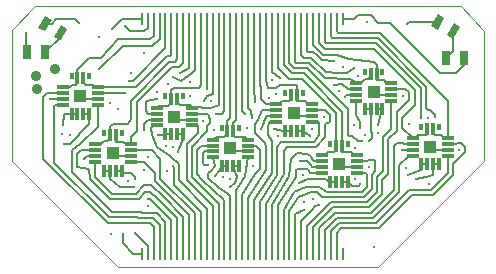
<source format=gbl>
G04 (created by PCBNEW-RS274X (2012-apr-16-27)-stable) date Thu 13 Mar 2014 04:59:36 PM EDT*
G01*
G70*
G90*
%MOIN*%
G04 Gerber Fmt 3.4, Leading zero omitted, Abs format*
%FSLAX34Y34*%
G04 APERTURE LIST*
%ADD10C,0.006000*%
%ADD11C,0.000400*%
%ADD12C,0.002000*%
%ADD13R,0.039400X0.011800*%
%ADD14R,0.011800X0.039400*%
%ADD15R,0.011800X0.023600*%
%ADD16R,0.039400X0.039400*%
%ADD17R,0.009800X0.039400*%
%ADD18R,0.025000X0.045000*%
%ADD19C,0.035000*%
%ADD20C,0.013000*%
%ADD21C,0.008000*%
%ADD22C,0.007000*%
G04 APERTURE END LIST*
G54D10*
G54D11*
X27953Y-19596D02*
X27953Y-23917D01*
X27165Y-18770D02*
X27953Y-19596D01*
X16890Y-18770D02*
X27165Y-18770D01*
X12205Y-19557D02*
X12205Y-23917D01*
X12992Y-18770D02*
X12205Y-19557D01*
X16890Y-18770D02*
X12992Y-18770D01*
X15748Y-27461D02*
X12205Y-23917D01*
X24409Y-27461D02*
X27953Y-23917D01*
X24016Y-27461D02*
X24409Y-27461D01*
X15748Y-27461D02*
X24016Y-27461D01*
G54D12*
X15748Y-27461D02*
X24016Y-27461D01*
G54D13*
X26743Y-23150D03*
X26743Y-23347D03*
X26743Y-23543D03*
X26743Y-23740D03*
G54D14*
X26447Y-24036D03*
X26250Y-24036D03*
X26054Y-24036D03*
X25857Y-24036D03*
G54D13*
X25561Y-23740D03*
X25561Y-23543D03*
X25561Y-23347D03*
X25561Y-23150D03*
G54D15*
X25857Y-22776D03*
G54D14*
X26054Y-22854D03*
X26250Y-22854D03*
G54D15*
X26447Y-22776D03*
G54D16*
X26152Y-23445D03*
G54D13*
X24853Y-21319D03*
X24853Y-21516D03*
X24853Y-21712D03*
X24853Y-21909D03*
G54D14*
X24557Y-22205D03*
X24360Y-22205D03*
X24164Y-22205D03*
X23967Y-22205D03*
G54D13*
X23671Y-21909D03*
X23671Y-21712D03*
X23671Y-21516D03*
X23671Y-21319D03*
G54D15*
X23967Y-20945D03*
G54D14*
X24164Y-21023D03*
X24360Y-21023D03*
G54D15*
X24557Y-20945D03*
G54D16*
X24262Y-21614D03*
G54D13*
X23711Y-23721D03*
X23711Y-23918D03*
X23711Y-24114D03*
X23711Y-24311D03*
G54D14*
X23415Y-24607D03*
X23218Y-24607D03*
X23022Y-24607D03*
X22825Y-24607D03*
G54D13*
X22529Y-24311D03*
X22529Y-24114D03*
X22529Y-23918D03*
X22529Y-23721D03*
G54D15*
X22825Y-23347D03*
G54D14*
X23022Y-23425D03*
X23218Y-23425D03*
G54D15*
X23415Y-23347D03*
G54D16*
X23120Y-24016D03*
G54D13*
X22205Y-22028D03*
X22205Y-22225D03*
X22205Y-22421D03*
X22205Y-22618D03*
G54D14*
X21909Y-22914D03*
X21712Y-22914D03*
X21516Y-22914D03*
X21319Y-22914D03*
G54D13*
X21023Y-22618D03*
X21023Y-22421D03*
X21023Y-22225D03*
X21023Y-22028D03*
G54D15*
X21319Y-21654D03*
G54D14*
X21516Y-21732D03*
X21712Y-21732D03*
G54D15*
X21909Y-21654D03*
G54D16*
X21614Y-22323D03*
G54D13*
X20079Y-23209D03*
X20079Y-23406D03*
X20079Y-23602D03*
X20079Y-23799D03*
G54D14*
X19783Y-24095D03*
X19586Y-24095D03*
X19390Y-24095D03*
X19193Y-24095D03*
G54D13*
X18897Y-23799D03*
X18897Y-23602D03*
X18897Y-23406D03*
X18897Y-23209D03*
G54D15*
X19193Y-22835D03*
G54D14*
X19390Y-22913D03*
X19586Y-22913D03*
G54D15*
X19783Y-22835D03*
G54D16*
X19488Y-23504D03*
G54D13*
X18209Y-22146D03*
X18209Y-22343D03*
X18209Y-22539D03*
X18209Y-22736D03*
G54D14*
X17913Y-23032D03*
X17716Y-23032D03*
X17520Y-23032D03*
X17323Y-23032D03*
G54D13*
X17027Y-22736D03*
X17027Y-22539D03*
X17027Y-22343D03*
X17027Y-22146D03*
G54D15*
X17323Y-21772D03*
G54D14*
X17520Y-21850D03*
X17716Y-21850D03*
G54D15*
X17913Y-21772D03*
G54D16*
X17618Y-22441D03*
G54D13*
X16162Y-23366D03*
X16162Y-23563D03*
X16162Y-23759D03*
X16162Y-23956D03*
G54D14*
X15866Y-24252D03*
X15669Y-24252D03*
X15473Y-24252D03*
X15276Y-24252D03*
G54D13*
X14980Y-23956D03*
X14980Y-23759D03*
X14980Y-23563D03*
X14980Y-23366D03*
G54D15*
X15276Y-22992D03*
G54D14*
X15473Y-23070D03*
X15669Y-23070D03*
G54D15*
X15866Y-22992D03*
G54D16*
X15571Y-23661D03*
G54D13*
X15079Y-21457D03*
X15079Y-21654D03*
X15079Y-21850D03*
X15079Y-22047D03*
G54D14*
X14783Y-22343D03*
X14586Y-22343D03*
X14390Y-22343D03*
X14193Y-22343D03*
G54D13*
X13897Y-22047D03*
X13897Y-21850D03*
X13897Y-21654D03*
X13897Y-21457D03*
G54D15*
X14193Y-21083D03*
G54D14*
X14390Y-21161D03*
X14586Y-21161D03*
G54D15*
X14783Y-21083D03*
G54D16*
X14488Y-21752D03*
G54D17*
X23228Y-19193D03*
X23032Y-19193D03*
X22835Y-19193D03*
X22638Y-19193D03*
X22441Y-19193D03*
X22244Y-19193D03*
X22047Y-19193D03*
X21851Y-19193D03*
X21654Y-19193D03*
X21457Y-19193D03*
X21260Y-19193D03*
X21063Y-19193D03*
X20866Y-19193D03*
X20669Y-19193D03*
X20473Y-19193D03*
X20276Y-19193D03*
X20079Y-19193D03*
X19882Y-19193D03*
X19685Y-19193D03*
X19488Y-19193D03*
X19291Y-19193D03*
X19095Y-19193D03*
X18898Y-19193D03*
X18701Y-19193D03*
X18504Y-19193D03*
X18307Y-19193D03*
X18110Y-19193D03*
X17913Y-19193D03*
X17717Y-19193D03*
X17520Y-19193D03*
X17323Y-19193D03*
X17126Y-19193D03*
X16929Y-19193D03*
X16732Y-19193D03*
X16536Y-19193D03*
X23228Y-27028D03*
X23032Y-27028D03*
X22835Y-27028D03*
X22638Y-27028D03*
X22441Y-27028D03*
X22244Y-27028D03*
X22047Y-27028D03*
X21851Y-27028D03*
X21654Y-27028D03*
X21457Y-27028D03*
X21260Y-27028D03*
X21063Y-27028D03*
X20866Y-27028D03*
X20669Y-27028D03*
X20473Y-27028D03*
X20276Y-27028D03*
X20079Y-27028D03*
X19882Y-27028D03*
X19685Y-27028D03*
X19488Y-27028D03*
X19291Y-27028D03*
X19095Y-27028D03*
X18898Y-27028D03*
X18701Y-27028D03*
X18504Y-27028D03*
X18307Y-27028D03*
X18110Y-27028D03*
X17913Y-27028D03*
X17717Y-27028D03*
X17520Y-27028D03*
X17323Y-27028D03*
X17126Y-27028D03*
X16929Y-27028D03*
X16732Y-27028D03*
X16536Y-27028D03*
G54D10*
G36*
X13092Y-19480D02*
X13317Y-19091D01*
X13534Y-19216D01*
X13309Y-19605D01*
X13092Y-19480D01*
X13092Y-19480D01*
G37*
G36*
X13612Y-19780D02*
X13837Y-19391D01*
X14054Y-19516D01*
X13829Y-19905D01*
X13612Y-19780D01*
X13612Y-19780D01*
G37*
G36*
X26182Y-19421D02*
X26407Y-19032D01*
X26624Y-19157D01*
X26399Y-19546D01*
X26182Y-19421D01*
X26182Y-19421D01*
G37*
G36*
X26702Y-19721D02*
X26927Y-19332D01*
X27144Y-19457D01*
X26919Y-19846D01*
X26702Y-19721D01*
X26702Y-19721D01*
G37*
G54D18*
X26669Y-20502D03*
X27269Y-20502D03*
X13322Y-20305D03*
X12722Y-20305D03*
G54D19*
X13022Y-21073D03*
X13031Y-21535D03*
X13632Y-20866D03*
G54D20*
X14439Y-19331D03*
X25384Y-19360D03*
X24405Y-19307D03*
X12687Y-19665D03*
X16260Y-24783D03*
X17815Y-20984D03*
X17579Y-21122D03*
X16319Y-24508D03*
X18701Y-21516D03*
X17087Y-23051D03*
X18602Y-21909D03*
X17736Y-23622D03*
X18996Y-22362D03*
X18986Y-24419D03*
X19980Y-22362D03*
X19469Y-24774D03*
X20197Y-22480D03*
X20945Y-22854D03*
X22146Y-23081D03*
X20295Y-21939D03*
X21788Y-24643D03*
X21132Y-21171D03*
X23809Y-24705D03*
X23868Y-23268D03*
X23612Y-20827D03*
X24114Y-23248D03*
X22953Y-20591D03*
X24400Y-22717D03*
X25827Y-22480D03*
X25394Y-24390D03*
X25669Y-24518D03*
X26319Y-22451D03*
X23120Y-21585D03*
X21949Y-25285D03*
X22254Y-25177D03*
X23612Y-22707D03*
X15728Y-22205D03*
X16732Y-25413D03*
X15965Y-21663D03*
X16732Y-25177D03*
X17559Y-24094D03*
X17047Y-21870D03*
X21949Y-25551D03*
X22943Y-21388D03*
X22441Y-25384D03*
X23819Y-22835D03*
X13878Y-23012D03*
X16594Y-20334D03*
X16181Y-20994D03*
X14154Y-23071D03*
X16083Y-24587D03*
X17402Y-21339D03*
X18150Y-21280D03*
X16594Y-24232D03*
X18150Y-21772D03*
X17343Y-23406D03*
X17579Y-23445D03*
X18858Y-21929D03*
X18937Y-22874D03*
X19252Y-24459D03*
X20039Y-22835D03*
X19469Y-24537D03*
X17028Y-21614D03*
X17362Y-24252D03*
X20778Y-21811D03*
X21083Y-23100D03*
X21024Y-21703D03*
X22215Y-22854D03*
X20876Y-21220D03*
X21900Y-24380D03*
X23652Y-23494D03*
X23642Y-24537D03*
X23730Y-21083D03*
X23967Y-23051D03*
X24409Y-22992D03*
X23248Y-20787D03*
X25354Y-24154D03*
X25443Y-22677D03*
X26083Y-22480D03*
X26093Y-24675D03*
X13898Y-22736D03*
X15118Y-20866D03*
X13957Y-23366D03*
X16103Y-21240D03*
X15984Y-19429D03*
X24272Y-26801D03*
X24035Y-19291D03*
X16299Y-26329D03*
X15098Y-19803D03*
X14488Y-21752D03*
X26152Y-23445D03*
X24262Y-21614D03*
X23120Y-24016D03*
X21614Y-22323D03*
X19488Y-23524D03*
X15571Y-23661D03*
X15522Y-26339D03*
X17618Y-22441D03*
X13465Y-21870D03*
X27106Y-23543D03*
X16594Y-22895D03*
X18740Y-24055D03*
X25226Y-21762D03*
X14606Y-23839D03*
X18583Y-22579D03*
X20512Y-22854D03*
X20256Y-24075D03*
X15551Y-19528D03*
X24094Y-24114D03*
X23297Y-21791D03*
X21821Y-23927D03*
X25197Y-23543D03*
X15916Y-26359D03*
X22598Y-22470D03*
X15472Y-21978D03*
X16732Y-23780D03*
G54D21*
X25455Y-19289D02*
X25384Y-19360D01*
X13536Y-19348D02*
X13691Y-19193D01*
X14301Y-19193D02*
X14439Y-19331D01*
X26403Y-19289D02*
X25455Y-19289D01*
X13691Y-19193D02*
X14301Y-19193D01*
X13313Y-19348D02*
X13536Y-19348D01*
X12687Y-19665D02*
X12687Y-20270D01*
X12687Y-20270D02*
X12722Y-20305D01*
X23612Y-19193D02*
X23228Y-19193D01*
X27269Y-20502D02*
X27269Y-20723D01*
X24163Y-19065D02*
X24405Y-19307D01*
X24809Y-19307D02*
X24405Y-19307D01*
X23740Y-19065D02*
X24163Y-19065D01*
X27269Y-20723D02*
X27008Y-20984D01*
X27008Y-20984D02*
X26486Y-20984D01*
X23612Y-19193D02*
X23740Y-19065D01*
X26486Y-20984D02*
X24809Y-19307D01*
G54D22*
X14980Y-23366D02*
X15178Y-23366D01*
X15613Y-22695D02*
X16066Y-22695D01*
X16161Y-21910D02*
X17456Y-20615D01*
X16161Y-22520D02*
X16161Y-21910D01*
X17717Y-20531D02*
X17717Y-19193D01*
X15473Y-23169D02*
X15473Y-23070D01*
X15473Y-22755D02*
X15613Y-22695D01*
X17633Y-20615D02*
X17717Y-20531D01*
X17456Y-20615D02*
X17633Y-20615D01*
X15276Y-23268D02*
X15374Y-23268D01*
X15473Y-23070D02*
X15473Y-22755D01*
X16066Y-22695D02*
X16161Y-22520D01*
X15178Y-23366D02*
X15276Y-23268D01*
X15374Y-23268D02*
X15473Y-23169D01*
X15925Y-23287D02*
X15689Y-23287D01*
X17540Y-20787D02*
X17776Y-20787D01*
X16162Y-23366D02*
X16004Y-23366D01*
X15689Y-23287D02*
X15669Y-23267D01*
X16378Y-21949D02*
X17540Y-20787D01*
X17913Y-20650D02*
X17913Y-19193D01*
X16162Y-23366D02*
X16162Y-23129D01*
X15669Y-23267D02*
X15669Y-23070D01*
X17776Y-20787D02*
X17913Y-20650D01*
X16162Y-23129D02*
X16378Y-22913D01*
X16378Y-22913D02*
X16378Y-21949D01*
X16004Y-23366D02*
X15925Y-23287D01*
X15472Y-24527D02*
X15815Y-24798D01*
X18110Y-19705D02*
X18110Y-19193D01*
X15473Y-24252D02*
X15472Y-24253D01*
X17815Y-20984D02*
X18110Y-20807D01*
X15815Y-24798D02*
X16260Y-24783D01*
X15276Y-24252D02*
X15473Y-24252D01*
X18110Y-20807D02*
X18110Y-20610D01*
X15472Y-24253D02*
X15472Y-24527D01*
X18110Y-20610D02*
X18110Y-20256D01*
X18110Y-20256D02*
X18110Y-19705D01*
X15945Y-24331D02*
X16161Y-24331D01*
X15866Y-24252D02*
X15945Y-24331D01*
X18307Y-20886D02*
X18307Y-20669D01*
X16299Y-24469D02*
X16319Y-24508D01*
X17835Y-21240D02*
X18209Y-20984D01*
X18209Y-20984D02*
X18307Y-20886D01*
X17579Y-21122D02*
X17835Y-21240D01*
X15669Y-24252D02*
X15866Y-24252D01*
X18307Y-20669D02*
X18307Y-20433D01*
X16161Y-24331D02*
X16299Y-24469D01*
X18307Y-20433D02*
X18307Y-19193D01*
X17520Y-21850D02*
X17520Y-21988D01*
X17422Y-22086D02*
X17087Y-22086D01*
X17087Y-22086D02*
X17027Y-22146D01*
X17677Y-21496D02*
X17520Y-21535D01*
X17520Y-21535D02*
X17520Y-21850D01*
X18446Y-21496D02*
X17677Y-21496D01*
X17520Y-21988D02*
X17422Y-22086D01*
X18504Y-21379D02*
X18446Y-21496D01*
X18504Y-19193D02*
X18504Y-21379D01*
X17087Y-23071D02*
X17087Y-23071D01*
X17323Y-23032D02*
X17304Y-23051D01*
X17304Y-23051D02*
X17087Y-23051D01*
X17087Y-23051D02*
X17087Y-23071D01*
X17520Y-23032D02*
X17323Y-23032D01*
X18701Y-21161D02*
X18701Y-21516D01*
X17087Y-23071D02*
X17087Y-23071D01*
X18701Y-19193D02*
X18701Y-21161D01*
X18602Y-21909D02*
X18701Y-21772D01*
X18917Y-21673D02*
X18917Y-21457D01*
X17716Y-23032D02*
X17913Y-23032D01*
X17857Y-23316D02*
X17854Y-23386D01*
X17913Y-23032D02*
X17913Y-23229D01*
X17854Y-23386D02*
X17785Y-23474D01*
X18701Y-21772D02*
X18917Y-21673D01*
X18917Y-21457D02*
X18898Y-19193D01*
X17785Y-23474D02*
X17736Y-23622D01*
X17913Y-23229D02*
X17857Y-23316D01*
X17716Y-21850D02*
X17716Y-21988D01*
X18818Y-22167D02*
X18957Y-22126D01*
X18464Y-22131D02*
X18569Y-22161D01*
X18130Y-22067D02*
X18209Y-22146D01*
X19095Y-20983D02*
X19095Y-19193D01*
X17716Y-21988D02*
X17795Y-22067D01*
X19094Y-22047D02*
X19095Y-20983D01*
X17795Y-22067D02*
X18130Y-22067D01*
X18569Y-22161D02*
X18818Y-22167D01*
X18209Y-22146D02*
X18464Y-22131D01*
X18957Y-22126D02*
X19094Y-22047D01*
X19193Y-24095D02*
X19124Y-24272D01*
X18986Y-24419D02*
X18986Y-24419D01*
X19193Y-24095D02*
X19390Y-24095D01*
X18996Y-22362D02*
X19212Y-22343D01*
X19212Y-22343D02*
X19291Y-22264D01*
X18986Y-24419D02*
X18986Y-24419D01*
X19124Y-24272D02*
X18986Y-24419D01*
X19291Y-22264D02*
X19291Y-19193D01*
X19390Y-22913D02*
X19390Y-22597D01*
X19390Y-22597D02*
X19488Y-22499D01*
X19488Y-22499D02*
X19488Y-19193D01*
X18897Y-23209D02*
X18917Y-23209D01*
X18917Y-23209D02*
X19016Y-23110D01*
X19291Y-23110D02*
X19390Y-23011D01*
X19390Y-23011D02*
X19390Y-22913D01*
X19016Y-23110D02*
X19291Y-23110D01*
X19683Y-22558D02*
X19685Y-19193D01*
X19586Y-23050D02*
X19586Y-22913D01*
X19586Y-22913D02*
X19585Y-22656D01*
X19646Y-23110D02*
X19586Y-23050D01*
X20079Y-23209D02*
X19980Y-23110D01*
X19585Y-22656D02*
X19683Y-22558D01*
X19980Y-23110D02*
X19646Y-23110D01*
X19586Y-24095D02*
X19783Y-24095D01*
X19708Y-24468D02*
X19651Y-24664D01*
X19882Y-19193D02*
X19882Y-22264D01*
X19651Y-24664D02*
X19469Y-24774D01*
X19586Y-24095D02*
X19783Y-24095D01*
X19586Y-24095D02*
X19708Y-24468D01*
X19882Y-22264D02*
X19980Y-22362D01*
X21319Y-22914D02*
X21240Y-22923D01*
X20177Y-22254D02*
X20079Y-22146D01*
X21516Y-22914D02*
X21319Y-22914D01*
X21122Y-22874D02*
X20945Y-22854D01*
X21240Y-22923D02*
X21122Y-22874D01*
X20079Y-22146D02*
X20079Y-19193D01*
X20197Y-22480D02*
X20177Y-22254D01*
X20295Y-21939D02*
X20276Y-21467D01*
X22146Y-23081D02*
X22146Y-23081D01*
X20276Y-21467D02*
X20276Y-19193D01*
X21712Y-22914D02*
X21909Y-22914D01*
X21909Y-22914D02*
X22146Y-23081D01*
X21220Y-21929D02*
X21457Y-21929D01*
X20472Y-20807D02*
X20472Y-20236D01*
X20472Y-19194D02*
X20473Y-19193D01*
X20512Y-21871D02*
X20512Y-21458D01*
X20512Y-21458D02*
X20482Y-21428D01*
X20482Y-21428D02*
X20472Y-20807D01*
X21516Y-21870D02*
X21516Y-21732D01*
X20472Y-20236D02*
X20472Y-19194D01*
X21457Y-21929D02*
X21516Y-21870D01*
X21073Y-21978D02*
X21023Y-22028D01*
X21023Y-22028D02*
X21121Y-22028D01*
X21023Y-22028D02*
X20669Y-22028D01*
X21121Y-22028D02*
X21220Y-21929D01*
X20669Y-22028D02*
X20512Y-21871D01*
X21024Y-21496D02*
X20726Y-21480D01*
X21152Y-21378D02*
X21024Y-21496D01*
X21712Y-21417D02*
X21673Y-21378D01*
X22068Y-22028D02*
X21969Y-21929D01*
X20726Y-21480D02*
X20669Y-21231D01*
X20669Y-21231D02*
X20669Y-19193D01*
X21969Y-21929D02*
X21732Y-21929D01*
X21712Y-21909D02*
X21712Y-21732D01*
X21732Y-21929D02*
X21712Y-21909D01*
X21673Y-21378D02*
X21152Y-21378D01*
X22205Y-22028D02*
X22068Y-22028D01*
X21712Y-21732D02*
X21712Y-21417D01*
X21007Y-21040D02*
X20865Y-20956D01*
X20866Y-20453D02*
X20866Y-19193D01*
X20865Y-20956D02*
X20866Y-20453D01*
X22083Y-24525D02*
X21788Y-24643D01*
X21132Y-21171D02*
X21007Y-21040D01*
X23022Y-24607D02*
X22825Y-24607D01*
X22825Y-24607D02*
X22657Y-24518D01*
X22657Y-24518D02*
X22083Y-24525D01*
X22825Y-24607D02*
X22825Y-24607D01*
X23022Y-23533D02*
X23022Y-23425D01*
X22617Y-23721D02*
X22726Y-23612D01*
X21437Y-21181D02*
X21063Y-20807D01*
X22529Y-23721D02*
X22617Y-23721D01*
X23022Y-23425D02*
X23022Y-22323D01*
X21880Y-21181D02*
X21437Y-21181D01*
X21063Y-20807D02*
X21063Y-19193D01*
X22943Y-23612D02*
X23022Y-23533D01*
X23022Y-22323D02*
X21880Y-21181D01*
X22726Y-23612D02*
X22943Y-23612D01*
X23218Y-23612D02*
X23218Y-23425D01*
X23504Y-23632D02*
X23238Y-23632D01*
X21545Y-21004D02*
X21260Y-20719D01*
X21260Y-20719D02*
X21260Y-19193D01*
X23593Y-23721D02*
X23504Y-23632D01*
X21977Y-21025D02*
X21958Y-21004D01*
X21958Y-21004D02*
X21545Y-21004D01*
X22106Y-21152D02*
X21977Y-21025D01*
X23238Y-23632D02*
X23218Y-23612D01*
X23218Y-23425D02*
X23218Y-22273D01*
X23711Y-23721D02*
X23593Y-23721D01*
X23218Y-22273D02*
X22106Y-21152D01*
X23868Y-23268D02*
X23740Y-23268D01*
X23770Y-24744D02*
X23809Y-24705D01*
X23533Y-24744D02*
X23770Y-24744D01*
X21608Y-20817D02*
X21457Y-20666D01*
X21457Y-20666D02*
X21457Y-20040D01*
X23415Y-24607D02*
X23415Y-24626D01*
X23415Y-24626D02*
X23533Y-24744D01*
X21457Y-20040D02*
X21457Y-19193D01*
X23740Y-23268D02*
X23553Y-23081D01*
X23218Y-24607D02*
X23415Y-24607D01*
X23396Y-23042D02*
X23396Y-22176D01*
X23435Y-23081D02*
X23396Y-23042D01*
X23396Y-22176D02*
X22037Y-20817D01*
X23553Y-23081D02*
X23435Y-23081D01*
X22037Y-20817D02*
X21608Y-20817D01*
X24164Y-21121D02*
X24164Y-21023D01*
X23671Y-21319D02*
X23848Y-21319D01*
X22638Y-21171D02*
X22112Y-20645D01*
X23966Y-21201D02*
X24084Y-21201D01*
X23671Y-21319D02*
X23671Y-21289D01*
X22112Y-20645D02*
X21772Y-20645D01*
X23848Y-21319D02*
X23966Y-21201D01*
X21654Y-19970D02*
X21654Y-19193D01*
X21772Y-20645D02*
X21680Y-20645D01*
X24084Y-21201D02*
X24164Y-21121D01*
X23463Y-21193D02*
X22638Y-21171D01*
X23671Y-21289D02*
X23463Y-21193D01*
X21680Y-20645D02*
X21654Y-20619D01*
X21654Y-20619D02*
X21654Y-19970D01*
X23612Y-20827D02*
X23387Y-20999D01*
X22678Y-20965D02*
X22186Y-20473D01*
X21851Y-19881D02*
X21851Y-20374D01*
X21851Y-19881D02*
X21850Y-19882D01*
X24164Y-22953D02*
X24193Y-22982D01*
X21950Y-20473D02*
X21851Y-20374D01*
X23387Y-20999D02*
X23081Y-21004D01*
X23081Y-21004D02*
X22678Y-20965D01*
X21851Y-19193D02*
X21851Y-19881D01*
X24193Y-23169D02*
X24114Y-23248D01*
X23967Y-22205D02*
X24164Y-22205D01*
X24164Y-22599D02*
X24164Y-22953D01*
X24193Y-22982D02*
X24193Y-23169D01*
X24164Y-22599D02*
X24164Y-22205D01*
X22186Y-20473D02*
X21950Y-20473D01*
X22092Y-20301D02*
X22047Y-20256D01*
X22258Y-20301D02*
X22092Y-20301D01*
X22534Y-20567D02*
X22361Y-20404D01*
X24360Y-22205D02*
X24557Y-22205D01*
X22047Y-20256D02*
X22047Y-19193D01*
X22361Y-20404D02*
X22258Y-20301D01*
X24557Y-22205D02*
X24400Y-22717D01*
X22953Y-20591D02*
X22534Y-20567D01*
X24597Y-21230D02*
X24370Y-21230D01*
X24370Y-21230D02*
X24360Y-21220D01*
X24360Y-21023D02*
X24360Y-20718D01*
X24853Y-21319D02*
X24686Y-21319D01*
X22244Y-20039D02*
X22244Y-19193D01*
X22589Y-20384D02*
X22244Y-20039D01*
X24686Y-21319D02*
X24597Y-21230D01*
X24360Y-20718D02*
X24262Y-20620D01*
X23439Y-20538D02*
X23045Y-20384D01*
X24360Y-21220D02*
X24360Y-21023D01*
X23045Y-20384D02*
X22589Y-20384D01*
X24262Y-20620D02*
X23439Y-20538D01*
X22628Y-20177D02*
X22441Y-19990D01*
X25659Y-23150D02*
X25758Y-23051D01*
X24261Y-20177D02*
X25640Y-21556D01*
X26014Y-23051D02*
X26054Y-23011D01*
X25640Y-22057D02*
X25217Y-22480D01*
X24261Y-20177D02*
X22628Y-20177D01*
X25217Y-22480D02*
X25217Y-22806D01*
X25640Y-21556D02*
X25640Y-22057D01*
X25758Y-23051D02*
X26014Y-23051D01*
X25217Y-22806D02*
X25561Y-23150D01*
X25561Y-23150D02*
X25659Y-23150D01*
X22441Y-19193D02*
X22441Y-19990D01*
X26054Y-23011D02*
X26054Y-22854D01*
X25857Y-24232D02*
X25857Y-24036D01*
X25857Y-24232D02*
X25394Y-24390D01*
X22638Y-19193D02*
X22638Y-19941D01*
X25827Y-21499D02*
X24328Y-20000D01*
X22697Y-20000D02*
X22687Y-19990D01*
X24328Y-20000D02*
X22697Y-20000D01*
X25857Y-24036D02*
X26054Y-24036D01*
X22687Y-19990D02*
X22638Y-19941D01*
X25827Y-22480D02*
X25827Y-21499D01*
X26024Y-24459D02*
X25669Y-24518D01*
X26073Y-22224D02*
X26014Y-22165D01*
X26319Y-22392D02*
X26151Y-22224D01*
X22889Y-19818D02*
X22889Y-19818D01*
X26014Y-22165D02*
X26014Y-21442D01*
X26250Y-24390D02*
X26024Y-24459D01*
X22891Y-19818D02*
X22889Y-19818D01*
X26014Y-21442D02*
X24400Y-19823D01*
X26250Y-24036D02*
X26250Y-24390D01*
X22835Y-19764D02*
X22835Y-19193D01*
X26250Y-24036D02*
X26447Y-24036D01*
X26319Y-22451D02*
X26319Y-22392D01*
X22889Y-19818D02*
X22835Y-19764D01*
X26151Y-22224D02*
X26073Y-22224D01*
X24400Y-19823D02*
X22891Y-19818D01*
X26299Y-23041D02*
X26250Y-22992D01*
X24479Y-19646D02*
X23091Y-19646D01*
X26743Y-23150D02*
X26743Y-21910D01*
X26625Y-23150D02*
X26516Y-23041D01*
X26743Y-23150D02*
X26625Y-23150D01*
X26516Y-23041D02*
X26299Y-23041D01*
X26250Y-22992D02*
X26250Y-22854D01*
X23032Y-19587D02*
X23032Y-19193D01*
X26743Y-21910D02*
X24479Y-19646D01*
X23091Y-19646D02*
X23032Y-19587D01*
X13385Y-21654D02*
X13248Y-21791D01*
X13248Y-21791D02*
X13248Y-23859D01*
X16811Y-26004D02*
X16929Y-26122D01*
X13385Y-21654D02*
X13897Y-21654D01*
X15393Y-26004D02*
X16811Y-26004D01*
X13248Y-23859D02*
X15393Y-26004D01*
X16929Y-26122D02*
X16929Y-26260D01*
X16929Y-27028D02*
X16929Y-26260D01*
X16909Y-25827D02*
X17126Y-26044D01*
X17126Y-26044D02*
X17126Y-26220D01*
X15428Y-25782D02*
X16373Y-25782D01*
X13661Y-22047D02*
X13897Y-22047D01*
X16373Y-25782D02*
X16418Y-25827D01*
X13622Y-22087D02*
X13622Y-22086D01*
X16418Y-25827D02*
X16909Y-25827D01*
X13622Y-23976D02*
X13622Y-22087D01*
X13622Y-22067D02*
X13622Y-22087D01*
X13622Y-22086D02*
X13661Y-22047D01*
X13622Y-23976D02*
X15428Y-25782D01*
X17126Y-27028D02*
X17126Y-26220D01*
X15079Y-22774D02*
X14488Y-23365D01*
X17028Y-25650D02*
X17323Y-25945D01*
X14213Y-23563D02*
X14213Y-24292D01*
X14488Y-23365D02*
X14351Y-23467D01*
X15079Y-22774D02*
X15079Y-22047D01*
X17323Y-25945D02*
X17323Y-26122D01*
X15531Y-25610D02*
X16515Y-25610D01*
X17323Y-27028D02*
X17323Y-26122D01*
X16555Y-25650D02*
X17028Y-25650D01*
X16515Y-25610D02*
X16555Y-25650D01*
X14213Y-24292D02*
X15531Y-25610D01*
X14351Y-23467D02*
X14213Y-23563D01*
X16811Y-25177D02*
X16732Y-25177D01*
X15886Y-21654D02*
X15079Y-21654D01*
X15886Y-21654D02*
X15965Y-21663D01*
X17520Y-25886D02*
X16811Y-25177D01*
X17520Y-27028D02*
X17520Y-26201D01*
X17520Y-26201D02*
X17520Y-25886D01*
X16653Y-24941D02*
X16805Y-24941D01*
X14508Y-23563D02*
X14980Y-23563D01*
X17717Y-27028D02*
X17717Y-25827D01*
X14390Y-24114D02*
X14785Y-24174D01*
X14508Y-23563D02*
X14390Y-23681D01*
X16805Y-24941D02*
X17087Y-25197D01*
X16448Y-25197D02*
X16653Y-24941D01*
X14785Y-24174D02*
X14813Y-24537D01*
X14813Y-24537D02*
X15473Y-25197D01*
X17087Y-25197D02*
X17717Y-25827D01*
X15473Y-25197D02*
X16448Y-25197D01*
X14390Y-23681D02*
X14390Y-24114D01*
X17913Y-27028D02*
X17913Y-25775D01*
X16332Y-25020D02*
X16599Y-24731D01*
X14980Y-24449D02*
X15551Y-25020D01*
X16837Y-24734D02*
X17276Y-25138D01*
X16599Y-24731D02*
X16837Y-24734D01*
X15551Y-25020D02*
X16332Y-25020D01*
X14980Y-24449D02*
X14980Y-23956D01*
X17276Y-25138D02*
X17913Y-25775D01*
X18100Y-25718D02*
X18110Y-25728D01*
X18110Y-27028D02*
X18100Y-25718D01*
X16969Y-24311D02*
X16969Y-24587D01*
X16161Y-23956D02*
X16614Y-23956D01*
X16614Y-23956D02*
X16969Y-24311D01*
X16162Y-23956D02*
X16162Y-23957D01*
X16162Y-23957D02*
X16161Y-23956D01*
X16969Y-24587D02*
X18100Y-25718D01*
X16870Y-23563D02*
X17146Y-23839D01*
X18307Y-27028D02*
X18307Y-25669D01*
X17146Y-23839D02*
X17146Y-24508D01*
X17146Y-24508D02*
X18307Y-25669D01*
X16870Y-23563D02*
X16162Y-23563D01*
X16673Y-21930D02*
X17047Y-21870D01*
X17598Y-24708D02*
X18504Y-25614D01*
X16753Y-22343D02*
X16673Y-22263D01*
X16753Y-22343D02*
X17027Y-22343D01*
X16673Y-22027D02*
X16673Y-21930D01*
X16673Y-22263D02*
X16673Y-22027D01*
X18504Y-27028D02*
X18504Y-25614D01*
X17559Y-24094D02*
X17598Y-24172D01*
X17598Y-24172D02*
X17598Y-24708D01*
X17461Y-23760D02*
X17028Y-23452D01*
X17028Y-23452D02*
X16870Y-23051D01*
X18701Y-27028D02*
X18701Y-25508D01*
X17776Y-24553D02*
X17776Y-24022D01*
X18701Y-25508D02*
X17776Y-24553D01*
X17776Y-24022D02*
X17518Y-23773D01*
X16831Y-22815D02*
X16909Y-22736D01*
X17518Y-23773D02*
X17461Y-23760D01*
X16909Y-22736D02*
X17027Y-22736D01*
X16870Y-23051D02*
X16831Y-22815D01*
X18898Y-27028D02*
X18898Y-25434D01*
X18406Y-22991D02*
X18406Y-22736D01*
X18031Y-24567D02*
X18031Y-23366D01*
X18898Y-25434D02*
X18031Y-24567D01*
X18031Y-23366D02*
X18406Y-22991D01*
X18406Y-22736D02*
X18209Y-22736D01*
X18780Y-22402D02*
X18780Y-22501D01*
X18799Y-22658D02*
X18711Y-22746D01*
X18721Y-22343D02*
X18780Y-22402D01*
X18799Y-22520D02*
X18799Y-22658D01*
X18721Y-22343D02*
X18209Y-22343D01*
X18780Y-22501D02*
X18799Y-22520D01*
X18209Y-24470D02*
X19095Y-25356D01*
X18711Y-22746D02*
X18716Y-22933D01*
X18209Y-23444D02*
X18209Y-24470D01*
X19095Y-27028D02*
X19095Y-25356D01*
X18716Y-22933D02*
X18209Y-23444D01*
X19291Y-27028D02*
X19291Y-25217D01*
X18385Y-24339D02*
X18386Y-23543D01*
X18386Y-23543D02*
X18523Y-23406D01*
X18898Y-24886D02*
X18540Y-24540D01*
X18523Y-23406D02*
X18897Y-23406D01*
X19291Y-25217D02*
X18898Y-24886D01*
X18540Y-24540D02*
X18385Y-24339D01*
X19097Y-24806D02*
X19390Y-24980D01*
X18740Y-24321D02*
X18832Y-24262D01*
X18976Y-24094D02*
X18832Y-24262D01*
X18832Y-24262D02*
X18832Y-24262D01*
X18740Y-24321D02*
X18726Y-24478D01*
X18897Y-23799D02*
X18898Y-23806D01*
X19390Y-24980D02*
X19488Y-25098D01*
X18898Y-23806D02*
X18976Y-24094D01*
X18726Y-24478D02*
X19097Y-24806D01*
X19488Y-27028D02*
X19488Y-25098D01*
X19790Y-24772D02*
X19983Y-24434D01*
X20079Y-23799D02*
X19983Y-24434D01*
X19685Y-27028D02*
X19671Y-24873D01*
X19983Y-24434D02*
X19983Y-24434D01*
X19790Y-24772D02*
X19671Y-24873D01*
X19882Y-27028D02*
X19884Y-25071D01*
X20303Y-24341D02*
X20472Y-24178D01*
X20472Y-23543D02*
X20335Y-23406D01*
X20472Y-24178D02*
X20472Y-23543D01*
X20335Y-23406D02*
X20079Y-23406D01*
X19884Y-25071D02*
X20303Y-24341D01*
X20551Y-22224D02*
X20394Y-22559D01*
X20298Y-22695D02*
X20298Y-22980D01*
X20079Y-27028D02*
X20079Y-25688D01*
X20394Y-22559D02*
X20298Y-22695D01*
X20551Y-22224D02*
X21023Y-22225D01*
X20679Y-24222D02*
X20668Y-23465D01*
X20650Y-23307D02*
X20668Y-23465D01*
X20079Y-25688D02*
X20079Y-25157D01*
X20298Y-22980D02*
X20650Y-23307D01*
X20079Y-25157D02*
X20679Y-24222D01*
X20280Y-25730D02*
X20284Y-25218D01*
X20865Y-24321D02*
X20861Y-23271D01*
X20861Y-23271D02*
X20731Y-23051D01*
X20284Y-25218D02*
X20865Y-24321D01*
X20731Y-23051D02*
X20743Y-22829D01*
X20276Y-27028D02*
X20280Y-25730D01*
X20743Y-22829D02*
X20787Y-22626D01*
X20787Y-22626D02*
X21023Y-22618D01*
X21043Y-23447D02*
X21043Y-24380D01*
X22451Y-23046D02*
X22260Y-23283D01*
X21190Y-23284D02*
X21043Y-23447D01*
X22401Y-22618D02*
X22451Y-22668D01*
X22401Y-22618D02*
X22205Y-22618D01*
X20473Y-27028D02*
X20472Y-25305D01*
X22260Y-23283D02*
X21190Y-23284D01*
X22451Y-22668D02*
X22451Y-23046D01*
X21043Y-24380D02*
X20472Y-25305D01*
X20669Y-27028D02*
X20662Y-25364D01*
X22357Y-23469D02*
X21392Y-23467D01*
X22825Y-22608D02*
X22628Y-22677D01*
X21262Y-23602D02*
X21262Y-24371D01*
X22658Y-22225D02*
X22205Y-22225D01*
X22628Y-22677D02*
X22628Y-23120D01*
X22628Y-23120D02*
X22357Y-23469D01*
X22825Y-22392D02*
X22825Y-22608D01*
X22658Y-22225D02*
X22825Y-22392D01*
X21262Y-24371D02*
X20662Y-25364D01*
X21392Y-23467D02*
X21262Y-23602D01*
X22274Y-23918D02*
X22223Y-23865D01*
X21496Y-23848D02*
X21454Y-24427D01*
X20866Y-27028D02*
X20866Y-25374D01*
X22026Y-23680D02*
X21704Y-23640D01*
X21704Y-23640D02*
X21496Y-23848D01*
X22223Y-23865D02*
X22161Y-23755D01*
X22274Y-23918D02*
X22529Y-23918D01*
X22161Y-23755D02*
X22026Y-23680D01*
X21454Y-24427D02*
X20866Y-25374D01*
X22037Y-24174D02*
X22008Y-24174D01*
X22145Y-24311D02*
X22100Y-24266D01*
X21713Y-24183D02*
X21668Y-24228D01*
X21866Y-24176D02*
X21713Y-24183D01*
X21668Y-24228D02*
X21668Y-24429D01*
X22100Y-24236D02*
X22037Y-24174D01*
X22008Y-24174D02*
X21866Y-24176D01*
X22145Y-24311D02*
X22529Y-24311D01*
X21063Y-27028D02*
X21063Y-25394D01*
X21664Y-24451D02*
X21063Y-25394D01*
X21668Y-24429D02*
X21664Y-24451D01*
X22100Y-24266D02*
X22100Y-24236D01*
X22429Y-24783D02*
X22008Y-24783D01*
X22008Y-24783D02*
X21831Y-24852D01*
X21623Y-24963D02*
X21260Y-25561D01*
X24026Y-24360D02*
X24026Y-24803D01*
X23977Y-24311D02*
X24026Y-24360D01*
X23977Y-24311D02*
X23711Y-24311D01*
X22715Y-24941D02*
X22429Y-24783D01*
X24026Y-24803D02*
X23888Y-24941D01*
X23888Y-24941D02*
X22715Y-24941D01*
X21260Y-27028D02*
X21260Y-25561D01*
X21831Y-24852D02*
X21623Y-24963D01*
X23957Y-25118D02*
X22539Y-25118D01*
X21693Y-25196D02*
X21528Y-25449D01*
X22539Y-25118D02*
X22382Y-24961D01*
X21457Y-27028D02*
X21447Y-25590D01*
X21748Y-25124D02*
X21693Y-25196D01*
X24203Y-24390D02*
X24203Y-24872D01*
X24321Y-23917D02*
X24321Y-24272D01*
X24065Y-23898D02*
X24302Y-23898D01*
X22382Y-24961D02*
X22175Y-24970D01*
X24321Y-24272D02*
X24203Y-24390D01*
X21929Y-25049D02*
X21827Y-25079D01*
X21528Y-25449D02*
X21447Y-25590D01*
X22175Y-24970D02*
X21929Y-25049D01*
X24203Y-24872D02*
X23957Y-25118D01*
X24302Y-23898D02*
X24321Y-23917D01*
X21827Y-25079D02*
X21748Y-25124D01*
X24045Y-23918D02*
X24065Y-23898D01*
X24045Y-23918D02*
X23711Y-23918D01*
X23209Y-21368D02*
X22943Y-21388D01*
X21949Y-25551D02*
X21654Y-25698D01*
X23416Y-21516D02*
X23671Y-21516D01*
X23416Y-21516D02*
X23209Y-21368D01*
X21654Y-27028D02*
X21654Y-26171D01*
X21654Y-25698D02*
X21654Y-26171D01*
X23671Y-22391D02*
X23817Y-22616D01*
X22086Y-25699D02*
X22086Y-25699D01*
X21851Y-27028D02*
X21851Y-25934D01*
X22441Y-25384D02*
X22301Y-25417D01*
X21851Y-25934D02*
X22086Y-25699D01*
X22301Y-25417D02*
X22214Y-25571D01*
X23817Y-22616D02*
X23819Y-22835D01*
X23671Y-21909D02*
X23671Y-22391D01*
X22214Y-25571D02*
X22086Y-25699D01*
X22830Y-25290D02*
X22047Y-26073D01*
X24853Y-22844D02*
X24853Y-21909D01*
X24031Y-25290D02*
X22830Y-25290D01*
X24577Y-24267D02*
X24380Y-24464D01*
X24577Y-23120D02*
X24577Y-24267D01*
X24853Y-22844D02*
X24577Y-23120D01*
X22047Y-27028D02*
X22047Y-26073D01*
X24380Y-24464D02*
X24380Y-24941D01*
X24380Y-24941D02*
X24031Y-25290D01*
X25315Y-21516D02*
X25433Y-21634D01*
X24552Y-25025D02*
X24552Y-24542D01*
X24754Y-23198D02*
X25030Y-22922D01*
X24754Y-24340D02*
X24754Y-23198D01*
X22893Y-25472D02*
X24105Y-25472D01*
X22244Y-27028D02*
X22244Y-26121D01*
X25030Y-22283D02*
X25197Y-22116D01*
X22244Y-26121D02*
X22893Y-25472D01*
X25030Y-22922D02*
X25030Y-22283D01*
X24552Y-24542D02*
X24754Y-24340D01*
X25433Y-21880D02*
X25197Y-22116D01*
X25266Y-21516D02*
X24853Y-21516D01*
X25266Y-21516D02*
X25315Y-21516D01*
X24105Y-25472D02*
X24552Y-25025D01*
X25433Y-21634D02*
X25433Y-21880D01*
X22962Y-25650D02*
X22441Y-26171D01*
X24931Y-23415D02*
X24931Y-24892D01*
X25286Y-23347D02*
X25246Y-23307D01*
X25039Y-23307D02*
X24931Y-23415D01*
X25286Y-23347D02*
X25561Y-23347D01*
X22441Y-27028D02*
X22441Y-26171D01*
X25246Y-23307D02*
X25039Y-23307D01*
X24173Y-25650D02*
X22962Y-25650D01*
X24931Y-24892D02*
X24173Y-25650D01*
X25433Y-23740D02*
X25103Y-24070D01*
X25103Y-24070D02*
X25103Y-24966D01*
X24247Y-25822D02*
X23034Y-25822D01*
X23034Y-25822D02*
X22638Y-26218D01*
X25433Y-23740D02*
X25561Y-23740D01*
X25103Y-24966D02*
X24247Y-25822D01*
X22638Y-27028D02*
X22638Y-26218D01*
X22835Y-27028D02*
X22835Y-26266D01*
X25452Y-24892D02*
X24350Y-25994D01*
X26743Y-24330D02*
X26181Y-24892D01*
X23107Y-25994D02*
X22835Y-26266D01*
X26181Y-24892D02*
X25452Y-24892D01*
X26743Y-24330D02*
X26743Y-23740D01*
X24350Y-25994D02*
X23107Y-25994D01*
X27017Y-23347D02*
X26743Y-23347D01*
X25536Y-25069D02*
X26248Y-25069D01*
X23175Y-26171D02*
X24434Y-26171D01*
X23032Y-27028D02*
X23032Y-26314D01*
X27313Y-23455D02*
X27185Y-23327D01*
X27313Y-23632D02*
X27313Y-23455D01*
X27185Y-23327D02*
X27037Y-23327D01*
X27037Y-23327D02*
X27017Y-23347D01*
X26919Y-24026D02*
X27313Y-23632D01*
X24434Y-26171D02*
X25536Y-25069D01*
X26248Y-25069D02*
X26919Y-24398D01*
X26919Y-24398D02*
X26919Y-24026D01*
X23032Y-26314D02*
X23175Y-26171D01*
X16811Y-19862D02*
X16929Y-19744D01*
X15161Y-20487D02*
X15738Y-19862D01*
X14390Y-20885D02*
X14783Y-20492D01*
X14390Y-21338D02*
X14390Y-21161D01*
X13897Y-21457D02*
X14133Y-21457D01*
X14783Y-20492D02*
X15161Y-20487D01*
X14390Y-21161D02*
X14390Y-20885D01*
X16929Y-19744D02*
X16929Y-19193D01*
X14350Y-21378D02*
X14390Y-21338D01*
X14212Y-21378D02*
X14350Y-21378D01*
X15738Y-19862D02*
X16811Y-19862D01*
X14133Y-21457D02*
X14212Y-21378D01*
X13957Y-22362D02*
X13898Y-22736D01*
X14193Y-22343D02*
X13976Y-22343D01*
X14193Y-22343D02*
X14390Y-22343D01*
X15905Y-20079D02*
X16889Y-20079D01*
X17126Y-19842D02*
X17126Y-19193D01*
X16889Y-20079D02*
X17126Y-19842D01*
X13976Y-22343D02*
X13957Y-22362D01*
X15118Y-20866D02*
X15905Y-20079D01*
X16240Y-21240D02*
X17323Y-20157D01*
X14449Y-23011D02*
X14449Y-23070D01*
X14153Y-23366D02*
X13957Y-23366D01*
X16103Y-21240D02*
X16240Y-21240D01*
X14783Y-22677D02*
X14449Y-23011D01*
X17323Y-20157D02*
X17323Y-19193D01*
X14783Y-22343D02*
X14783Y-22677D01*
X14586Y-22343D02*
X14783Y-22343D01*
X16103Y-21240D02*
X16103Y-21240D01*
X14449Y-23070D02*
X14153Y-23366D01*
X14666Y-21378D02*
X14586Y-21298D01*
X15079Y-21457D02*
X15000Y-21457D01*
X17466Y-20433D02*
X17520Y-20379D01*
X16358Y-21457D02*
X17382Y-20433D01*
X15000Y-21457D02*
X14921Y-21378D01*
X14921Y-21378D02*
X14666Y-21378D01*
X17520Y-20379D02*
X17520Y-19193D01*
X17382Y-20433D02*
X17466Y-20433D01*
X14586Y-21298D02*
X14586Y-21161D01*
X15768Y-21457D02*
X16358Y-21457D01*
X15768Y-21457D02*
X15768Y-21457D01*
X15079Y-21457D02*
X15768Y-21457D01*
X16732Y-19479D02*
X16615Y-19596D01*
X16732Y-27028D02*
X16732Y-26762D01*
X16732Y-26762D02*
X16299Y-26329D01*
X16615Y-19596D02*
X16151Y-19596D01*
X16151Y-19596D02*
X15984Y-19429D01*
X16732Y-19193D02*
X16732Y-19479D01*
G54D21*
X13833Y-19648D02*
X13833Y-19794D01*
X13833Y-19794D02*
X13322Y-20305D01*
X26923Y-19589D02*
X26923Y-20248D01*
X26923Y-20248D02*
X26669Y-20502D01*
G54D22*
X19488Y-23504D02*
X19586Y-23602D01*
X18209Y-22539D02*
X17716Y-22539D01*
X15669Y-23759D02*
X15571Y-23661D01*
X23218Y-24114D02*
X23120Y-24016D01*
X16162Y-23759D02*
X15669Y-23759D01*
X14586Y-21850D02*
X14488Y-21752D01*
X26743Y-23543D02*
X26250Y-23543D01*
X22205Y-22421D02*
X21712Y-22421D01*
X24853Y-21712D02*
X24360Y-21712D01*
X23711Y-24114D02*
X23218Y-24114D01*
X17716Y-22539D02*
X17618Y-22441D01*
X24360Y-21712D02*
X24262Y-21614D01*
X21712Y-22421D02*
X21614Y-22323D01*
X26250Y-23543D02*
X26152Y-23445D01*
X15079Y-21850D02*
X14586Y-21850D01*
X19586Y-23602D02*
X20079Y-23602D01*
X19488Y-23524D02*
X19488Y-23504D01*
X18563Y-23681D02*
X18563Y-23996D01*
X14705Y-23759D02*
X14980Y-23759D01*
X25197Y-23543D02*
X25197Y-23543D01*
X13465Y-21870D02*
X13504Y-21850D01*
X18622Y-24055D02*
X18740Y-24055D01*
X18563Y-23996D02*
X18563Y-23996D01*
X18622Y-23602D02*
X18563Y-23681D01*
X18563Y-23996D02*
X18563Y-23996D01*
X14606Y-23839D02*
X14705Y-23759D01*
X16594Y-22698D02*
X16594Y-22895D01*
X20512Y-22854D02*
X20512Y-22854D01*
X15886Y-19193D02*
X15551Y-19528D01*
X20807Y-22421D02*
X20719Y-22421D01*
X16536Y-19193D02*
X15886Y-19193D01*
X16231Y-27028D02*
X15916Y-26654D01*
X20571Y-22726D02*
X20512Y-22854D01*
X16536Y-27028D02*
X16231Y-27028D01*
X22170Y-24063D02*
X22047Y-23927D01*
X22225Y-24107D02*
X22170Y-24063D01*
X25197Y-23543D02*
X25561Y-23543D01*
X22047Y-23927D02*
X21821Y-23927D01*
X15916Y-26654D02*
X15916Y-26359D01*
X17027Y-22539D02*
X16752Y-22539D01*
X22529Y-24114D02*
X22264Y-24113D01*
X20630Y-22530D02*
X20571Y-22726D01*
X23297Y-21791D02*
X23297Y-21791D01*
X23356Y-21722D02*
X23297Y-21791D01*
X20719Y-22421D02*
X20630Y-22530D01*
X20512Y-22854D02*
X20512Y-22854D01*
X21023Y-22421D02*
X20807Y-22421D01*
X18563Y-23996D02*
X18563Y-23996D01*
X18563Y-23996D02*
X18622Y-24055D01*
X23416Y-21713D02*
X23356Y-21722D01*
X13504Y-21850D02*
X13897Y-21850D01*
X16752Y-22539D02*
X16594Y-22698D01*
X23671Y-21712D02*
X23416Y-21713D01*
X18622Y-23602D02*
X18897Y-23602D01*
X22264Y-24113D02*
X22225Y-24107D01*
M02*

</source>
